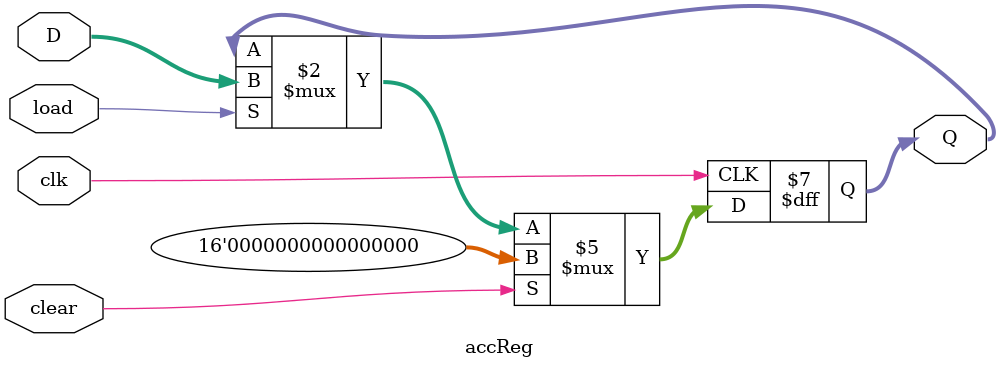
<source format=v>
`timescale 1ns / 1ps

module accReg(load, clear, clk, D, Q);
//inputs
input clear, clk, load;

//Input for accRegister = output from mux
input [15:0] D;

//output that enter on the Display and the B input of ALU
output reg [15:0] Q;

//fire on clock
always @ (posedge clk)
    //if clear the output will be 0
    if(clear)
        Q <= 0;
        //if load then the output will be the input
    else if(load)
        Q <= D;
    
endmodule

</source>
